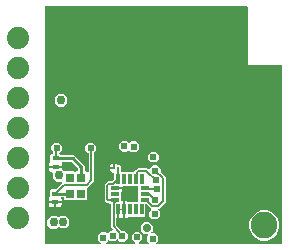
<source format=gbr>
G04 EAGLE Gerber X2 export*
%TF.Part,Single*%
%TF.FileFunction,Copper,L4,Bot,Mixed*%
%TF.FilePolarity,Positive*%
%TF.GenerationSoftware,Autodesk,EAGLE,9.0.0*%
%TF.CreationDate,2018-06-19T20:47:43Z*%
G75*
%MOMM*%
%FSLAX34Y34*%
%LPD*%
%AMOC8*
5,1,8,0,0,1.08239X$1,22.5*%
G01*
%ADD10R,0.177800X0.254000*%
%ADD11R,0.600000X0.400000*%
%ADD12C,1.879600*%
%ADD13R,0.300000X0.925000*%
%ADD14R,0.800000X0.300000*%
%ADD15R,0.700000X0.750000*%
%ADD16C,0.609600*%
%ADD17C,0.254000*%
%ADD18C,0.152400*%
%ADD19C,0.660400*%
%ADD20C,2.250000*%
%ADD21C,0.756400*%
%ADD22C,0.706400*%

G36*
X45682Y-750D02*
X45682Y-750D01*
X45753Y-748D01*
X45802Y-730D01*
X45854Y-722D01*
X45917Y-688D01*
X45984Y-663D01*
X46025Y-631D01*
X46071Y-606D01*
X46121Y-554D01*
X46177Y-510D01*
X46205Y-466D01*
X46241Y-428D01*
X46271Y-363D01*
X46310Y-303D01*
X46322Y-252D01*
X46344Y-205D01*
X46352Y-134D01*
X46370Y-64D01*
X46366Y-12D01*
X46371Y39D01*
X46356Y110D01*
X46350Y181D01*
X46330Y229D01*
X46319Y280D01*
X46282Y341D01*
X46254Y407D01*
X46209Y463D01*
X46193Y491D01*
X46175Y506D01*
X46149Y538D01*
X44040Y2647D01*
X44040Y6436D01*
X46719Y9114D01*
X50507Y9114D01*
X51262Y8359D01*
X51279Y8347D01*
X51291Y8332D01*
X51378Y8276D01*
X51462Y8215D01*
X51481Y8210D01*
X51498Y8199D01*
X51598Y8173D01*
X51697Y8143D01*
X51717Y8144D01*
X51736Y8139D01*
X51839Y8147D01*
X51943Y8149D01*
X51962Y8156D01*
X51982Y8158D01*
X52076Y8198D01*
X52174Y8234D01*
X52190Y8246D01*
X52208Y8254D01*
X52339Y8359D01*
X54607Y10627D01*
X55793Y10627D01*
X55837Y10635D01*
X55881Y10633D01*
X55957Y10654D01*
X56036Y10667D01*
X56075Y10688D01*
X56118Y10700D01*
X56183Y10745D01*
X56253Y10782D01*
X56284Y10814D01*
X56320Y10840D01*
X56368Y10903D01*
X56422Y10961D01*
X56441Y11001D01*
X56468Y11037D01*
X56493Y11112D01*
X56526Y11184D01*
X56531Y11228D01*
X56545Y11270D01*
X56544Y11349D01*
X56553Y11428D01*
X56544Y11472D01*
X56543Y11516D01*
X56518Y11591D01*
X56501Y11668D01*
X56478Y11707D01*
X56463Y11749D01*
X56383Y11866D01*
X56375Y11880D01*
X56372Y11882D01*
X56368Y11887D01*
X55630Y12739D01*
X55615Y12752D01*
X55593Y12779D01*
X54964Y13409D01*
X54961Y13425D01*
X54934Y13476D01*
X54999Y14374D01*
X54997Y14394D01*
X55001Y14428D01*
X55001Y32639D01*
X54998Y32659D01*
X55000Y32678D01*
X54978Y32780D01*
X54961Y32882D01*
X54952Y32899D01*
X54948Y32919D01*
X54894Y33008D01*
X54846Y33099D01*
X54832Y33113D01*
X54821Y33130D01*
X54743Y33197D01*
X54668Y33268D01*
X54650Y33277D01*
X54634Y33290D01*
X54538Y33329D01*
X54445Y33372D01*
X54425Y33374D01*
X54406Y33382D01*
X54240Y33400D01*
X53692Y33400D01*
X53177Y33915D01*
X53103Y33968D01*
X53034Y34028D01*
X53003Y34040D01*
X52977Y34059D01*
X52890Y34085D01*
X52805Y34120D01*
X52764Y34124D01*
X52742Y34131D01*
X52710Y34130D01*
X52639Y34138D01*
X51686Y34138D01*
X49751Y36073D01*
X49751Y45756D01*
X49745Y45795D01*
X49747Y45834D01*
X49725Y45915D01*
X49711Y45999D01*
X49693Y46033D01*
X49683Y46071D01*
X49636Y46149D01*
X49743Y46899D01*
X49743Y46932D01*
X49751Y47007D01*
X49751Y49819D01*
X52430Y52498D01*
X55722Y52498D01*
X55812Y52512D01*
X55903Y52519D01*
X55933Y52532D01*
X55965Y52537D01*
X56046Y52580D01*
X56129Y52616D01*
X56162Y52641D01*
X56182Y52652D01*
X56204Y52676D01*
X56260Y52721D01*
X57826Y54286D01*
X57870Y54347D01*
X57903Y54382D01*
X57909Y54395D01*
X57938Y54430D01*
X57951Y54460D01*
X57969Y54486D01*
X57996Y54573D01*
X58030Y54658D01*
X58035Y54699D01*
X58042Y54721D01*
X58041Y54753D01*
X58049Y54824D01*
X58049Y58923D01*
X58046Y58943D01*
X58048Y58963D01*
X58026Y59064D01*
X58009Y59166D01*
X58000Y59183D01*
X57996Y59203D01*
X57942Y59292D01*
X57894Y59383D01*
X57880Y59397D01*
X57869Y59414D01*
X57791Y59481D01*
X57716Y59553D01*
X57698Y59561D01*
X57682Y59574D01*
X57586Y59613D01*
X57493Y59656D01*
X57473Y59658D01*
X57454Y59666D01*
X57288Y59684D01*
X56560Y59684D01*
X55913Y59858D01*
X55334Y60192D01*
X54861Y60665D01*
X54527Y61244D01*
X54353Y61891D01*
X54353Y62734D01*
X57783Y62734D01*
X57803Y62737D01*
X57822Y62735D01*
X57924Y62757D01*
X58026Y62773D01*
X58043Y62783D01*
X58063Y62787D01*
X58152Y62840D01*
X58243Y62889D01*
X58257Y62903D01*
X58274Y62913D01*
X58274Y62914D01*
X58342Y62992D01*
X58368Y63020D01*
X58413Y63067D01*
X58421Y63085D01*
X58434Y63101D01*
X58473Y63197D01*
X58516Y63290D01*
X58519Y63310D01*
X58526Y63329D01*
X58545Y63495D01*
X58545Y67306D01*
X59007Y67306D01*
X59653Y67133D01*
X60232Y66798D01*
X60518Y66513D01*
X60592Y66460D01*
X60661Y66400D01*
X60691Y66388D01*
X60717Y66369D01*
X60804Y66343D01*
X60889Y66308D01*
X60930Y66304D01*
X60952Y66297D01*
X60985Y66298D01*
X61056Y66290D01*
X62606Y66290D01*
X63499Y65397D01*
X63499Y61510D01*
X63490Y61481D01*
X63460Y61416D01*
X63454Y61364D01*
X63439Y61314D01*
X63440Y61243D01*
X63433Y61171D01*
X63444Y61121D01*
X63445Y61069D01*
X63470Y61001D01*
X63485Y60931D01*
X63512Y60886D01*
X63529Y60838D01*
X63574Y60782D01*
X63611Y60720D01*
X63651Y60686D01*
X63683Y60646D01*
X63743Y60607D01*
X63798Y60560D01*
X63846Y60541D01*
X63890Y60512D01*
X63959Y60495D01*
X64026Y60468D01*
X64097Y60460D01*
X64128Y60452D01*
X64152Y60454D01*
X64193Y60450D01*
X68309Y60450D01*
X68371Y60434D01*
X68470Y60404D01*
X68490Y60404D01*
X68509Y60399D01*
X68612Y60407D01*
X68716Y60410D01*
X68735Y60417D01*
X68755Y60418D01*
X68828Y60450D01*
X73309Y60450D01*
X73371Y60434D01*
X73470Y60404D01*
X73490Y60404D01*
X73509Y60399D01*
X73612Y60407D01*
X73716Y60410D01*
X73735Y60417D01*
X73755Y60418D01*
X73828Y60450D01*
X74316Y60450D01*
X74406Y60464D01*
X74497Y60471D01*
X74527Y60484D01*
X74559Y60489D01*
X74640Y60532D01*
X74724Y60568D01*
X74756Y60594D01*
X74776Y60604D01*
X74799Y60628D01*
X74855Y60673D01*
X76117Y61935D01*
X77680Y63498D01*
X86030Y63498D01*
X86743Y62784D01*
X86801Y62743D01*
X86853Y62693D01*
X86900Y62671D01*
X86942Y62641D01*
X87011Y62620D01*
X87076Y62590D01*
X87128Y62584D01*
X87178Y62568D01*
X87249Y62570D01*
X87320Y62562D01*
X87371Y62574D01*
X87423Y62575D01*
X87491Y62599D01*
X87561Y62615D01*
X87606Y62641D01*
X87654Y62659D01*
X87710Y62704D01*
X87772Y62741D01*
X87806Y62780D01*
X87846Y62813D01*
X87885Y62873D01*
X87932Y62928D01*
X87951Y62976D01*
X87979Y63020D01*
X87991Y63064D01*
X90721Y65794D01*
X94509Y65794D01*
X97188Y63116D01*
X97188Y60198D01*
X97202Y60108D01*
X97210Y60017D01*
X97222Y59987D01*
X97227Y59956D01*
X97270Y59875D01*
X97306Y59791D01*
X97332Y59759D01*
X97343Y59738D01*
X97366Y59716D01*
X97411Y59660D01*
X101305Y55766D01*
X101305Y34771D01*
X99742Y33208D01*
X95501Y28967D01*
X95489Y28951D01*
X95474Y28938D01*
X95418Y28851D01*
X95357Y28767D01*
X95352Y28748D01*
X95341Y28731D01*
X95315Y28631D01*
X95285Y28532D01*
X95286Y28512D01*
X95281Y28493D01*
X95289Y28390D01*
X95291Y28286D01*
X95298Y28267D01*
X95300Y28247D01*
X95340Y28152D01*
X95376Y28055D01*
X95388Y28039D01*
X95396Y28021D01*
X95501Y27890D01*
X96656Y26735D01*
X96656Y22947D01*
X93977Y20268D01*
X90189Y20268D01*
X87510Y22947D01*
X87510Y26735D01*
X88978Y28202D01*
X88989Y28219D01*
X89005Y28231D01*
X89061Y28318D01*
X89121Y28402D01*
X89127Y28421D01*
X89138Y28438D01*
X89163Y28538D01*
X89194Y28637D01*
X89193Y28657D01*
X89198Y28677D01*
X89190Y28780D01*
X89187Y28883D01*
X89181Y28902D01*
X89179Y28922D01*
X89139Y29017D01*
X89103Y29114D01*
X89090Y29130D01*
X89083Y29148D01*
X88978Y29279D01*
X85398Y32859D01*
X85340Y32901D01*
X85288Y32950D01*
X85240Y32972D01*
X85198Y33003D01*
X85130Y33024D01*
X85065Y33054D01*
X85013Y33060D01*
X84963Y33075D01*
X84891Y33073D01*
X84820Y33081D01*
X84769Y33070D01*
X84717Y33069D01*
X84650Y33044D01*
X84580Y33029D01*
X84535Y33002D01*
X84486Y32984D01*
X84430Y32939D01*
X84369Y32903D01*
X84335Y32863D01*
X84294Y32830D01*
X84255Y32770D01*
X84209Y32716D01*
X84189Y32667D01*
X84161Y32624D01*
X84144Y32554D01*
X84117Y32487D01*
X84109Y32416D01*
X84101Y32385D01*
X84103Y32362D01*
X84098Y32321D01*
X84098Y23293D01*
X83205Y22400D01*
X78838Y22400D01*
X78776Y22416D01*
X78677Y22446D01*
X78657Y22446D01*
X78638Y22451D01*
X78535Y22443D01*
X78431Y22440D01*
X78413Y22433D01*
X78393Y22431D01*
X78319Y22400D01*
X73838Y22400D01*
X73776Y22416D01*
X73677Y22446D01*
X73657Y22446D01*
X73638Y22451D01*
X73535Y22443D01*
X73431Y22440D01*
X73413Y22433D01*
X73393Y22431D01*
X73319Y22400D01*
X69957Y22400D01*
X69867Y22385D01*
X69776Y22378D01*
X69747Y22366D01*
X69715Y22360D01*
X69634Y22318D01*
X69550Y22282D01*
X69518Y22256D01*
X69497Y22245D01*
X69475Y22222D01*
X69419Y22177D01*
X69134Y21892D01*
X68554Y21557D01*
X67908Y21384D01*
X66835Y21384D01*
X66835Y28550D01*
X66835Y35716D01*
X67908Y35716D01*
X68554Y35542D01*
X69134Y35208D01*
X69419Y34923D01*
X69493Y34869D01*
X69562Y34810D01*
X69593Y34798D01*
X69619Y34779D01*
X69706Y34752D01*
X69791Y34718D01*
X69832Y34714D01*
X69854Y34707D01*
X69886Y34708D01*
X69957Y34700D01*
X73309Y34700D01*
X73372Y34684D01*
X73470Y34654D01*
X73490Y34654D01*
X73510Y34649D01*
X73613Y34657D01*
X73716Y34660D01*
X73735Y34667D01*
X73755Y34668D01*
X73828Y34700D01*
X77538Y34700D01*
X77557Y34703D01*
X77577Y34701D01*
X77678Y34723D01*
X77780Y34739D01*
X77798Y34749D01*
X77817Y34753D01*
X77906Y34806D01*
X77998Y34854D01*
X78011Y34869D01*
X78029Y34879D01*
X78096Y34958D01*
X78167Y35033D01*
X78175Y35051D01*
X78188Y35066D01*
X78227Y35162D01*
X78271Y35256D01*
X78273Y35276D01*
X78280Y35294D01*
X78299Y35461D01*
X78299Y38660D01*
X78315Y38723D01*
X78345Y38821D01*
X78344Y38841D01*
X78349Y38861D01*
X78341Y38964D01*
X78339Y39067D01*
X78332Y39086D01*
X78330Y39106D01*
X78299Y39179D01*
X78299Y43660D01*
X78315Y43723D01*
X78345Y43821D01*
X78344Y43841D01*
X78349Y43861D01*
X78341Y43964D01*
X78339Y44067D01*
X78332Y44086D01*
X78330Y44106D01*
X78299Y44179D01*
X78299Y47389D01*
X78296Y47409D01*
X78298Y47428D01*
X78276Y47530D01*
X78259Y47632D01*
X78250Y47649D01*
X78246Y47669D01*
X78192Y47758D01*
X78144Y47849D01*
X78130Y47863D01*
X78119Y47880D01*
X78041Y47947D01*
X77966Y48018D01*
X77948Y48027D01*
X77932Y48040D01*
X77836Y48079D01*
X77743Y48122D01*
X77723Y48124D01*
X77704Y48132D01*
X77538Y48150D01*
X73838Y48150D01*
X73776Y48166D01*
X73677Y48196D01*
X73657Y48196D01*
X73638Y48201D01*
X73534Y48193D01*
X73431Y48190D01*
X73412Y48183D01*
X73392Y48181D01*
X73319Y48150D01*
X68838Y48150D01*
X68776Y48166D01*
X68677Y48196D01*
X68657Y48196D01*
X68638Y48201D01*
X68534Y48193D01*
X68431Y48190D01*
X68412Y48183D01*
X68392Y48181D01*
X68319Y48150D01*
X65626Y48150D01*
X65606Y48147D01*
X65586Y48149D01*
X65485Y48127D01*
X65383Y48110D01*
X65365Y48101D01*
X65346Y48097D01*
X65257Y48044D01*
X65165Y47995D01*
X65152Y47981D01*
X65135Y47971D01*
X65067Y47892D01*
X64996Y47817D01*
X64988Y47799D01*
X64975Y47784D01*
X64936Y47688D01*
X64892Y47594D01*
X64890Y47574D01*
X64883Y47556D01*
X64864Y47389D01*
X64864Y47186D01*
X58324Y47186D01*
X58304Y47183D01*
X58284Y47185D01*
X58183Y47163D01*
X58081Y47147D01*
X58064Y47137D01*
X58044Y47133D01*
X57955Y47080D01*
X57864Y47031D01*
X57850Y47017D01*
X57833Y47007D01*
X57766Y46928D01*
X57694Y46853D01*
X57686Y46835D01*
X57673Y46820D01*
X57634Y46724D01*
X57591Y46630D01*
X57589Y46610D01*
X57581Y46592D01*
X57563Y46425D01*
X57566Y46405D01*
X57564Y46386D01*
X57564Y46385D01*
X57586Y46284D01*
X57602Y46182D01*
X57612Y46164D01*
X57616Y46145D01*
X57669Y46056D01*
X57717Y45965D01*
X57732Y45951D01*
X57742Y45934D01*
X57821Y45866D01*
X57896Y45795D01*
X57914Y45787D01*
X57929Y45774D01*
X58025Y45735D01*
X58119Y45692D01*
X58139Y45689D01*
X58157Y45682D01*
X58324Y45663D01*
X64864Y45663D01*
X64864Y44590D01*
X64691Y43944D01*
X64357Y43365D01*
X64071Y43079D01*
X64018Y43005D01*
X63959Y42936D01*
X63947Y42906D01*
X63928Y42880D01*
X63901Y42793D01*
X63867Y42708D01*
X63862Y42667D01*
X63855Y42645D01*
X63856Y42612D01*
X63848Y42541D01*
X63848Y39189D01*
X63833Y39127D01*
X63802Y39028D01*
X63803Y39008D01*
X63798Y38989D01*
X63806Y38886D01*
X63809Y38782D01*
X63816Y38764D01*
X63817Y38744D01*
X63848Y38670D01*
X63848Y36477D01*
X63852Y36457D01*
X63849Y36437D01*
X63871Y36336D01*
X63888Y36234D01*
X63897Y36217D01*
X63902Y36197D01*
X63955Y36108D01*
X64003Y36017D01*
X64018Y36003D01*
X64028Y35986D01*
X64107Y35919D01*
X64182Y35847D01*
X64200Y35839D01*
X64215Y35826D01*
X64311Y35787D01*
X64405Y35744D01*
X64424Y35742D01*
X64443Y35734D01*
X64610Y35716D01*
X65312Y35716D01*
X65312Y29311D01*
X61074Y29311D01*
X61054Y29308D01*
X61034Y29310D01*
X60933Y29288D01*
X60831Y29272D01*
X60814Y29262D01*
X60794Y29258D01*
X60705Y29205D01*
X60614Y29156D01*
X60613Y29156D01*
X60600Y29142D01*
X60583Y29132D01*
X60583Y29131D01*
X60582Y29131D01*
X60515Y29053D01*
X60444Y28978D01*
X60436Y28960D01*
X60423Y28944D01*
X60384Y28848D01*
X60340Y28755D01*
X60338Y28735D01*
X60331Y28716D01*
X60312Y28550D01*
X60312Y21381D01*
X60296Y21383D01*
X60195Y21361D01*
X60093Y21344D01*
X60075Y21335D01*
X60056Y21331D01*
X59967Y21278D01*
X59875Y21229D01*
X59862Y21215D01*
X59845Y21205D01*
X59777Y21126D01*
X59706Y21051D01*
X59698Y21033D01*
X59685Y21018D01*
X59646Y20922D01*
X59602Y20828D01*
X59600Y20808D01*
X59593Y20790D01*
X59574Y20623D01*
X59574Y15455D01*
X59585Y15391D01*
X59585Y15327D01*
X59604Y15271D01*
X59614Y15212D01*
X59644Y15155D01*
X59665Y15095D01*
X59714Y15024D01*
X59729Y14995D01*
X59743Y14982D01*
X59760Y14957D01*
X63528Y10604D01*
X63618Y10529D01*
X63709Y10451D01*
X63713Y10450D01*
X63717Y10447D01*
X63826Y10404D01*
X63937Y10359D01*
X63943Y10359D01*
X63946Y10357D01*
X63961Y10357D01*
X64104Y10341D01*
X66584Y10341D01*
X69262Y7662D01*
X69262Y3874D01*
X66584Y1196D01*
X62796Y1196D01*
X60991Y3000D01*
X60975Y3012D01*
X60962Y3028D01*
X60875Y3084D01*
X60791Y3144D01*
X60772Y3150D01*
X60755Y3161D01*
X60655Y3186D01*
X60556Y3216D01*
X60536Y3216D01*
X60517Y3221D01*
X60414Y3213D01*
X60310Y3210D01*
X60291Y3203D01*
X60271Y3202D01*
X60177Y3161D01*
X60079Y3126D01*
X60063Y3113D01*
X60045Y3105D01*
X59914Y3000D01*
X58396Y1482D01*
X54607Y1482D01*
X53852Y2237D01*
X53836Y2249D01*
X53823Y2264D01*
X53736Y2321D01*
X53652Y2381D01*
X53633Y2387D01*
X53617Y2397D01*
X53516Y2423D01*
X53417Y2453D01*
X53397Y2453D01*
X53378Y2457D01*
X53275Y2449D01*
X53171Y2447D01*
X53153Y2440D01*
X53133Y2438D01*
X53038Y2398D01*
X52940Y2362D01*
X52925Y2350D01*
X52906Y2342D01*
X52776Y2237D01*
X51077Y538D01*
X51035Y480D01*
X50985Y428D01*
X50963Y381D01*
X50933Y339D01*
X50912Y270D01*
X50882Y205D01*
X50876Y153D01*
X50861Y103D01*
X50863Y32D01*
X50855Y-39D01*
X50866Y-90D01*
X50867Y-142D01*
X50892Y-210D01*
X50907Y-280D01*
X50934Y-324D01*
X50952Y-373D01*
X50996Y-429D01*
X51033Y-491D01*
X51073Y-525D01*
X51105Y-565D01*
X51166Y-604D01*
X51220Y-651D01*
X51268Y-670D01*
X51312Y-698D01*
X51382Y-716D01*
X51448Y-743D01*
X51520Y-751D01*
X51551Y-759D01*
X51574Y-757D01*
X51615Y-761D01*
X74694Y-761D01*
X74765Y-750D01*
X74836Y-748D01*
X74885Y-730D01*
X74937Y-722D01*
X75000Y-688D01*
X75067Y-663D01*
X75108Y-631D01*
X75154Y-606D01*
X75204Y-554D01*
X75260Y-510D01*
X75288Y-466D01*
X75324Y-428D01*
X75354Y-363D01*
X75393Y-303D01*
X75405Y-252D01*
X75427Y-205D01*
X75435Y-134D01*
X75453Y-64D01*
X75449Y-12D01*
X75454Y39D01*
X75439Y110D01*
X75433Y181D01*
X75413Y229D01*
X75402Y280D01*
X75365Y341D01*
X75337Y407D01*
X75292Y463D01*
X75276Y491D01*
X75258Y506D01*
X75232Y538D01*
X72531Y3240D01*
X72531Y7028D01*
X75210Y9706D01*
X78998Y9706D01*
X81677Y7028D01*
X81677Y3240D01*
X78975Y538D01*
X78933Y480D01*
X78884Y428D01*
X78862Y381D01*
X78832Y339D01*
X78811Y270D01*
X78780Y205D01*
X78775Y153D01*
X78759Y103D01*
X78761Y32D01*
X78753Y-39D01*
X78764Y-90D01*
X78766Y-142D01*
X78790Y-210D01*
X78806Y-280D01*
X78832Y-325D01*
X78850Y-373D01*
X78895Y-429D01*
X78932Y-491D01*
X78971Y-525D01*
X79004Y-565D01*
X79064Y-604D01*
X79119Y-651D01*
X79167Y-670D01*
X79211Y-698D01*
X79280Y-716D01*
X79347Y-743D01*
X79418Y-751D01*
X79449Y-759D01*
X79473Y-757D01*
X79514Y-761D01*
X86871Y-761D01*
X86942Y-750D01*
X87014Y-748D01*
X87063Y-730D01*
X87114Y-722D01*
X87177Y-688D01*
X87245Y-663D01*
X87285Y-631D01*
X87331Y-606D01*
X87381Y-554D01*
X87437Y-510D01*
X87465Y-466D01*
X87501Y-428D01*
X87531Y-363D01*
X87570Y-303D01*
X87582Y-252D01*
X87604Y-205D01*
X87612Y-134D01*
X87630Y-64D01*
X87626Y-12D01*
X87631Y39D01*
X87616Y110D01*
X87611Y181D01*
X87590Y229D01*
X87579Y280D01*
X87542Y341D01*
X87514Y407D01*
X87469Y463D01*
X87453Y491D01*
X87435Y506D01*
X87409Y538D01*
X86020Y1928D01*
X86020Y5716D01*
X86644Y6340D01*
X86686Y6398D01*
X86735Y6450D01*
X86757Y6497D01*
X86787Y6540D01*
X86808Y6608D01*
X86839Y6673D01*
X86844Y6725D01*
X86860Y6775D01*
X86858Y6847D01*
X86866Y6918D01*
X86855Y6969D01*
X86853Y7021D01*
X86829Y7088D01*
X86813Y7158D01*
X86787Y7203D01*
X86769Y7252D01*
X86724Y7308D01*
X86687Y7369D01*
X86648Y7403D01*
X86615Y7444D01*
X86555Y7482D01*
X86500Y7529D01*
X86452Y7549D01*
X86408Y7577D01*
X86339Y7594D01*
X86272Y7621D01*
X86201Y7629D01*
X86170Y7637D01*
X86146Y7635D01*
X86105Y7640D01*
X83399Y7640D01*
X80436Y10602D01*
X80436Y14791D01*
X83399Y17753D01*
X87588Y17753D01*
X90550Y14791D01*
X90550Y10602D01*
X89643Y9694D01*
X89601Y9636D01*
X89551Y9584D01*
X89529Y9537D01*
X89499Y9495D01*
X89478Y9426D01*
X89448Y9361D01*
X89442Y9309D01*
X89427Y9259D01*
X89429Y9188D01*
X89421Y9117D01*
X89432Y9066D01*
X89433Y9014D01*
X89458Y8946D01*
X89473Y8876D01*
X89500Y8832D01*
X89517Y8783D01*
X89562Y8727D01*
X89599Y8665D01*
X89639Y8631D01*
X89671Y8591D01*
X89731Y8552D01*
X89786Y8505D01*
X89834Y8486D01*
X89878Y8458D01*
X89948Y8440D01*
X90014Y8413D01*
X90085Y8405D01*
X90117Y8397D01*
X90140Y8399D01*
X90181Y8395D01*
X92487Y8395D01*
X95165Y5716D01*
X95165Y1928D01*
X93776Y538D01*
X93734Y480D01*
X93684Y428D01*
X93662Y381D01*
X93632Y339D01*
X93611Y270D01*
X93581Y205D01*
X93575Y153D01*
X93560Y103D01*
X93562Y32D01*
X93554Y-39D01*
X93565Y-90D01*
X93566Y-142D01*
X93591Y-210D01*
X93606Y-280D01*
X93633Y-325D01*
X93651Y-373D01*
X93695Y-429D01*
X93732Y-491D01*
X93772Y-525D01*
X93804Y-565D01*
X93865Y-604D01*
X93919Y-651D01*
X93967Y-670D01*
X94011Y-698D01*
X94081Y-716D01*
X94147Y-743D01*
X94219Y-751D01*
X94250Y-759D01*
X94273Y-757D01*
X94314Y-761D01*
X199316Y-761D01*
X199336Y-758D01*
X199355Y-760D01*
X199457Y-738D01*
X199559Y-722D01*
X199576Y-712D01*
X199596Y-708D01*
X199685Y-655D01*
X199776Y-606D01*
X199790Y-592D01*
X199807Y-582D01*
X199874Y-503D01*
X199946Y-428D01*
X199954Y-410D01*
X199967Y-395D01*
X200006Y-299D01*
X200049Y-205D01*
X200051Y-185D01*
X200059Y-167D01*
X200077Y0D01*
X200077Y150000D01*
X200074Y150020D01*
X200076Y150039D01*
X200054Y150141D01*
X200038Y150243D01*
X200028Y150260D01*
X200024Y150280D01*
X199971Y150369D01*
X199922Y150460D01*
X199908Y150474D01*
X199898Y150491D01*
X199819Y150558D01*
X199744Y150630D01*
X199726Y150638D01*
X199711Y150651D01*
X199615Y150690D01*
X199521Y150733D01*
X199501Y150735D01*
X199483Y150743D01*
X199316Y150761D01*
X170761Y150761D01*
X170761Y200000D01*
X170758Y200020D01*
X170760Y200039D01*
X170738Y200141D01*
X170722Y200243D01*
X170712Y200260D01*
X170708Y200280D01*
X170655Y200369D01*
X170606Y200460D01*
X170592Y200474D01*
X170582Y200491D01*
X170503Y200558D01*
X170428Y200630D01*
X170410Y200638D01*
X170395Y200651D01*
X170299Y200690D01*
X170205Y200733D01*
X170185Y200735D01*
X170167Y200743D01*
X170000Y200761D01*
X0Y200761D01*
X-20Y200758D01*
X-39Y200760D01*
X-141Y200738D01*
X-243Y200722D01*
X-260Y200712D01*
X-280Y200708D01*
X-369Y200655D01*
X-460Y200606D01*
X-474Y200592D01*
X-491Y200582D01*
X-558Y200503D01*
X-630Y200428D01*
X-638Y200410D01*
X-651Y200395D01*
X-690Y200299D01*
X-733Y200205D01*
X-735Y200185D01*
X-743Y200167D01*
X-761Y200000D01*
X-761Y0D01*
X-758Y-20D01*
X-760Y-39D01*
X-738Y-141D01*
X-722Y-243D01*
X-712Y-260D01*
X-708Y-280D01*
X-655Y-369D01*
X-606Y-460D01*
X-592Y-474D01*
X-582Y-491D01*
X-503Y-558D01*
X-428Y-630D01*
X-410Y-638D01*
X-395Y-651D01*
X-299Y-690D01*
X-205Y-733D01*
X-185Y-735D01*
X-167Y-743D01*
X0Y-761D01*
X45611Y-761D01*
X45682Y-750D01*
G37*
%LPC*%
G36*
X7778Y35962D02*
X7778Y35962D01*
X7758Y35964D01*
X7740Y35972D01*
X7573Y35990D01*
X2270Y35990D01*
X2270Y37325D01*
X2443Y37972D01*
X2778Y38551D01*
X3063Y38836D01*
X3116Y38910D01*
X3176Y38980D01*
X3188Y39010D01*
X3207Y39036D01*
X3234Y39123D01*
X3268Y39208D01*
X3272Y39249D01*
X3279Y39271D01*
X3278Y39303D01*
X3286Y39375D01*
X3286Y44622D01*
X4179Y45516D01*
X7786Y45516D01*
X7877Y45530D01*
X7967Y45537D01*
X7997Y45550D01*
X8029Y45555D01*
X8110Y45598D01*
X8194Y45634D01*
X8226Y45659D01*
X8247Y45670D01*
X8269Y45694D01*
X8325Y45739D01*
X12702Y50116D01*
X13377Y50791D01*
X13419Y50849D01*
X13468Y50901D01*
X13490Y50948D01*
X13520Y50990D01*
X13542Y51059D01*
X13572Y51124D01*
X13577Y51176D01*
X13593Y51225D01*
X13591Y51297D01*
X13599Y51368D01*
X13588Y51419D01*
X13586Y51471D01*
X13562Y51539D01*
X13547Y51609D01*
X13520Y51653D01*
X13502Y51702D01*
X13457Y51758D01*
X13420Y51820D01*
X13381Y51854D01*
X13348Y51894D01*
X13288Y51933D01*
X13234Y51980D01*
X13185Y51999D01*
X13141Y52027D01*
X13072Y52045D01*
X13005Y52072D01*
X12934Y52080D01*
X12903Y52087D01*
X12880Y52086D01*
X12839Y52090D01*
X8802Y52090D01*
X5693Y55199D01*
X5693Y59401D01*
X5692Y59411D01*
X5692Y59417D01*
X5691Y59425D01*
X5692Y59440D01*
X5670Y59542D01*
X5654Y59644D01*
X5644Y59661D01*
X5640Y59681D01*
X5587Y59770D01*
X5538Y59861D01*
X5524Y59875D01*
X5514Y59892D01*
X5435Y59959D01*
X5360Y60030D01*
X5342Y60039D01*
X5327Y60052D01*
X5231Y60091D01*
X5137Y60134D01*
X5117Y60136D01*
X5099Y60144D01*
X4932Y60162D01*
X4862Y60162D01*
X4216Y60335D01*
X3636Y60670D01*
X3163Y61143D01*
X2829Y61722D01*
X2656Y62368D01*
X2656Y63704D01*
X7958Y63704D01*
X7978Y63707D01*
X7998Y63705D01*
X8099Y63727D01*
X8201Y63743D01*
X8203Y63744D01*
X8230Y63732D01*
X8249Y63730D01*
X8268Y63722D01*
X8435Y63704D01*
X13737Y63704D01*
X13737Y62480D01*
X13752Y62390D01*
X13759Y62299D01*
X13772Y62269D01*
X13777Y62237D01*
X13820Y62157D01*
X13855Y62073D01*
X13881Y62040D01*
X13892Y62020D01*
X13915Y61998D01*
X13960Y61942D01*
X15025Y60876D01*
X15041Y60865D01*
X15054Y60849D01*
X15141Y60793D01*
X15225Y60733D01*
X15244Y60727D01*
X15261Y60716D01*
X15361Y60691D01*
X15460Y60661D01*
X15480Y60661D01*
X15499Y60656D01*
X15602Y60664D01*
X15706Y60667D01*
X15725Y60674D01*
X15745Y60675D01*
X15808Y60702D01*
X24191Y60702D01*
X24521Y60372D01*
X24537Y60360D01*
X24550Y60345D01*
X24637Y60289D01*
X24721Y60228D01*
X24740Y60223D01*
X24756Y60212D01*
X24857Y60187D01*
X24956Y60156D01*
X24976Y60157D01*
X24995Y60152D01*
X25098Y60160D01*
X25202Y60162D01*
X25220Y60169D01*
X25240Y60171D01*
X25335Y60211D01*
X25433Y60247D01*
X25448Y60259D01*
X25466Y60267D01*
X25597Y60372D01*
X25928Y60702D01*
X26503Y60702D01*
X26523Y60705D01*
X26543Y60703D01*
X26644Y60725D01*
X26746Y60742D01*
X26763Y60751D01*
X26783Y60755D01*
X26872Y60809D01*
X26963Y60857D01*
X26977Y60871D01*
X26994Y60882D01*
X27061Y60960D01*
X27133Y61035D01*
X27141Y61053D01*
X27154Y61069D01*
X27193Y61165D01*
X27236Y61258D01*
X27238Y61278D01*
X27246Y61297D01*
X27264Y61463D01*
X27264Y62802D01*
X27250Y62892D01*
X27243Y62983D01*
X27230Y63013D01*
X27225Y63045D01*
X27182Y63126D01*
X27146Y63210D01*
X27121Y63242D01*
X27110Y63262D01*
X27086Y63285D01*
X27041Y63340D01*
X21697Y68685D01*
X21623Y68738D01*
X21553Y68798D01*
X21523Y68810D01*
X21497Y68829D01*
X21410Y68856D01*
X21325Y68890D01*
X21284Y68894D01*
X21262Y68901D01*
X21230Y68900D01*
X21158Y68908D01*
X14176Y68908D01*
X14082Y68893D01*
X13987Y68884D01*
X13961Y68873D01*
X13933Y68868D01*
X13849Y68824D01*
X13761Y68786D01*
X13740Y68767D01*
X13715Y68753D01*
X13650Y68684D01*
X13579Y68620D01*
X13566Y68595D01*
X13546Y68575D01*
X13506Y68489D01*
X13459Y68405D01*
X13454Y68377D01*
X13442Y68352D01*
X13432Y68257D01*
X13415Y68163D01*
X13418Y68136D01*
X13415Y68107D01*
X13436Y68014D01*
X13449Y67920D01*
X13463Y67888D01*
X13468Y67867D01*
X13485Y67839D01*
X13516Y67766D01*
X13564Y67684D01*
X13737Y67037D01*
X13737Y65702D01*
X8435Y65702D01*
X8415Y65699D01*
X8395Y65701D01*
X8294Y65679D01*
X8192Y65662D01*
X8190Y65662D01*
X8163Y65674D01*
X8144Y65676D01*
X8125Y65684D01*
X7958Y65702D01*
X2656Y65702D01*
X2656Y67037D01*
X2829Y67684D01*
X3163Y68263D01*
X3449Y68548D01*
X3502Y68622D01*
X3561Y68692D01*
X3574Y68722D01*
X3592Y68748D01*
X3619Y68835D01*
X3653Y68920D01*
X3658Y68961D01*
X3665Y68983D01*
X3664Y69015D01*
X3672Y69087D01*
X3672Y74335D01*
X4565Y75228D01*
X5149Y75228D01*
X5168Y75231D01*
X5188Y75229D01*
X5289Y75251D01*
X5391Y75267D01*
X5409Y75277D01*
X5428Y75281D01*
X5517Y75334D01*
X5609Y75382D01*
X5622Y75397D01*
X5639Y75407D01*
X5707Y75486D01*
X5778Y75561D01*
X5786Y75579D01*
X5799Y75594D01*
X5838Y75690D01*
X5882Y75784D01*
X5884Y75804D01*
X5891Y75822D01*
X5910Y75989D01*
X5910Y77252D01*
X5895Y77342D01*
X5888Y77433D01*
X5875Y77463D01*
X5870Y77495D01*
X5827Y77575D01*
X5792Y77659D01*
X5766Y77691D01*
X5755Y77712D01*
X5732Y77734D01*
X5687Y77790D01*
X4739Y78738D01*
X4739Y82526D01*
X7418Y85205D01*
X11206Y85205D01*
X13885Y82526D01*
X13885Y78738D01*
X11639Y76493D01*
X11628Y76477D01*
X11612Y76464D01*
X11556Y76377D01*
X11496Y76293D01*
X11490Y76274D01*
X11479Y76257D01*
X11454Y76157D01*
X11423Y76058D01*
X11424Y76038D01*
X11419Y76019D01*
X11427Y75916D01*
X11430Y75812D01*
X11437Y75793D01*
X11438Y75774D01*
X11479Y75679D01*
X11514Y75581D01*
X11527Y75566D01*
X11535Y75547D01*
X11639Y75416D01*
X12335Y74721D01*
X12409Y74668D01*
X12479Y74608D01*
X12509Y74596D01*
X12535Y74577D01*
X12622Y74550D01*
X12707Y74516D01*
X12748Y74512D01*
X12770Y74505D01*
X12802Y74506D01*
X12873Y74498D01*
X23789Y74498D01*
X32854Y65433D01*
X32854Y61463D01*
X32857Y61444D01*
X32855Y61424D01*
X32877Y61323D01*
X32894Y61221D01*
X32903Y61203D01*
X32907Y61184D01*
X32960Y61095D01*
X33009Y61003D01*
X33023Y60990D01*
X33033Y60972D01*
X33112Y60905D01*
X33187Y60834D01*
X33205Y60826D01*
X33220Y60813D01*
X33316Y60774D01*
X33410Y60730D01*
X33430Y60728D01*
X33448Y60721D01*
X33615Y60702D01*
X34191Y60702D01*
X34974Y59919D01*
X35032Y59877D01*
X35084Y59828D01*
X35131Y59806D01*
X35173Y59776D01*
X35242Y59755D01*
X35307Y59724D01*
X35359Y59719D01*
X35408Y59703D01*
X35480Y59705D01*
X35551Y59697D01*
X35602Y59708D01*
X35654Y59710D01*
X35722Y59734D01*
X35792Y59750D01*
X35836Y59776D01*
X35885Y59794D01*
X35941Y59839D01*
X36003Y59876D01*
X36037Y59915D01*
X36077Y59948D01*
X36116Y60008D01*
X36163Y60063D01*
X36182Y60111D01*
X36210Y60155D01*
X36228Y60224D01*
X36255Y60291D01*
X36262Y60362D01*
X36270Y60393D01*
X36269Y60417D01*
X36273Y60458D01*
X36273Y75509D01*
X36258Y75599D01*
X36251Y75690D01*
X36239Y75720D01*
X36233Y75752D01*
X36191Y75833D01*
X36155Y75917D01*
X36129Y75949D01*
X36118Y75969D01*
X36095Y75992D01*
X36050Y76048D01*
X33517Y78581D01*
X33517Y82369D01*
X36195Y85048D01*
X39983Y85048D01*
X42662Y82369D01*
X42662Y78581D01*
X41069Y76989D01*
X41016Y76915D01*
X40957Y76845D01*
X40945Y76815D01*
X40926Y76789D01*
X40899Y76702D01*
X40865Y76617D01*
X40860Y76576D01*
X40854Y76554D01*
X40854Y76522D01*
X40847Y76450D01*
X40847Y52498D01*
X35307Y46958D01*
X35262Y46897D01*
X35232Y46864D01*
X35226Y46852D01*
X35194Y46815D01*
X35182Y46785D01*
X35163Y46759D01*
X35137Y46672D01*
X35102Y46587D01*
X35098Y46546D01*
X35091Y46524D01*
X35092Y46491D01*
X35084Y46420D01*
X35084Y37546D01*
X34191Y36653D01*
X25928Y36653D01*
X25597Y36983D01*
X25581Y36995D01*
X25569Y37010D01*
X25482Y37066D01*
X25398Y37126D01*
X25379Y37132D01*
X25362Y37143D01*
X25261Y37168D01*
X25163Y37199D01*
X25143Y37198D01*
X25123Y37203D01*
X25020Y37195D01*
X24917Y37192D01*
X24898Y37186D01*
X24878Y37184D01*
X24783Y37144D01*
X24686Y37108D01*
X24670Y37095D01*
X24652Y37088D01*
X24521Y36983D01*
X24191Y36653D01*
X15928Y36653D01*
X15034Y37546D01*
X15034Y38435D01*
X15031Y38455D01*
X15033Y38474D01*
X15011Y38576D01*
X14995Y38678D01*
X14985Y38695D01*
X14981Y38715D01*
X14928Y38804D01*
X14880Y38895D01*
X14865Y38909D01*
X14855Y38926D01*
X14776Y38993D01*
X14701Y39064D01*
X14683Y39073D01*
X14668Y39086D01*
X14572Y39124D01*
X14478Y39168D01*
X14458Y39170D01*
X14440Y39178D01*
X14273Y39196D01*
X13790Y39196D01*
X13696Y39181D01*
X13601Y39172D01*
X13575Y39161D01*
X13547Y39156D01*
X13463Y39112D01*
X13376Y39073D01*
X13355Y39054D01*
X13330Y39041D01*
X13264Y38972D01*
X13194Y38908D01*
X13180Y38883D01*
X13161Y38863D01*
X13120Y38777D01*
X13074Y38693D01*
X13069Y38665D01*
X13057Y38640D01*
X13046Y38545D01*
X13029Y38451D01*
X13033Y38423D01*
X13030Y38395D01*
X13050Y38302D01*
X13063Y38208D01*
X13078Y38175D01*
X13082Y38155D01*
X13099Y38127D01*
X13131Y38054D01*
X13179Y37971D01*
X13352Y37325D01*
X13352Y35990D01*
X8049Y35990D01*
X8030Y35987D01*
X8010Y35989D01*
X7908Y35967D01*
X7806Y35950D01*
X7805Y35949D01*
X7778Y35962D01*
G37*
%LPD*%
%LPC*%
G36*
X182459Y2225D02*
X182459Y2225D01*
X177764Y4170D01*
X174170Y7764D01*
X172225Y12459D01*
X172225Y17541D01*
X174170Y22236D01*
X177764Y25830D01*
X182459Y27775D01*
X187541Y27775D01*
X192236Y25830D01*
X195830Y22236D01*
X197775Y17541D01*
X197775Y12459D01*
X195830Y7764D01*
X192236Y4170D01*
X187541Y2225D01*
X182459Y2225D01*
G37*
%LPD*%
%LPC*%
G36*
X4387Y12321D02*
X4387Y12321D01*
X1278Y15430D01*
X1278Y19826D01*
X4387Y22935D01*
X8783Y22935D01*
X9926Y21791D01*
X9943Y21780D01*
X9955Y21764D01*
X10042Y21708D01*
X10126Y21648D01*
X10145Y21642D01*
X10162Y21631D01*
X10262Y21606D01*
X10361Y21575D01*
X10381Y21576D01*
X10401Y21571D01*
X10503Y21579D01*
X10607Y21582D01*
X10626Y21589D01*
X10646Y21590D01*
X10741Y21631D01*
X10838Y21666D01*
X10854Y21679D01*
X10872Y21686D01*
X11003Y21791D01*
X12453Y23242D01*
X16850Y23242D01*
X19958Y20133D01*
X19958Y15737D01*
X16850Y12628D01*
X12453Y12628D01*
X11310Y13772D01*
X11294Y13783D01*
X11281Y13799D01*
X11194Y13855D01*
X11110Y13915D01*
X11091Y13921D01*
X11074Y13932D01*
X10974Y13957D01*
X10875Y13988D01*
X10855Y13987D01*
X10836Y13992D01*
X10733Y13984D01*
X10629Y13981D01*
X10610Y13974D01*
X10590Y13973D01*
X10496Y13932D01*
X10398Y13897D01*
X10382Y13884D01*
X10364Y13876D01*
X10233Y13772D01*
X8783Y12321D01*
X4387Y12321D01*
G37*
%LPD*%
%LPC*%
G36*
X72492Y77107D02*
X72492Y77107D01*
X70805Y78794D01*
X70789Y78806D01*
X70777Y78821D01*
X70690Y78877D01*
X70606Y78938D01*
X70587Y78943D01*
X70570Y78954D01*
X70469Y78979D01*
X70371Y79010D01*
X70351Y79009D01*
X70331Y79014D01*
X70228Y79006D01*
X70125Y79004D01*
X70106Y78997D01*
X70086Y78995D01*
X69991Y78955D01*
X69894Y78919D01*
X69878Y78907D01*
X69860Y78899D01*
X69729Y78794D01*
X68390Y77455D01*
X64601Y77455D01*
X61923Y80133D01*
X61923Y83921D01*
X64601Y86600D01*
X68390Y86600D01*
X70076Y84914D01*
X70092Y84902D01*
X70105Y84886D01*
X70192Y84830D01*
X70276Y84770D01*
X70295Y84764D01*
X70312Y84753D01*
X70412Y84728D01*
X70511Y84698D01*
X70531Y84698D01*
X70550Y84693D01*
X70653Y84701D01*
X70757Y84704D01*
X70776Y84711D01*
X70795Y84712D01*
X70890Y84753D01*
X70988Y84788D01*
X71003Y84801D01*
X71022Y84809D01*
X71153Y84914D01*
X72492Y86253D01*
X76280Y86253D01*
X78959Y83574D01*
X78959Y79786D01*
X76280Y77107D01*
X72492Y77107D01*
G37*
%LPD*%
%LPC*%
G36*
X10637Y115528D02*
X10637Y115528D01*
X7528Y118637D01*
X7528Y123033D01*
X10637Y126142D01*
X15033Y126142D01*
X18142Y123033D01*
X18142Y118637D01*
X15033Y115528D01*
X10637Y115528D01*
G37*
%LPD*%
%LPC*%
G36*
X89072Y68425D02*
X89072Y68425D01*
X86394Y71104D01*
X86394Y74892D01*
X89072Y77570D01*
X92860Y77570D01*
X95539Y74892D01*
X95539Y71104D01*
X92860Y68425D01*
X89072Y68425D01*
G37*
%LPD*%
%LPC*%
G36*
X61835Y21384D02*
X61835Y21384D01*
X61835Y27788D01*
X65312Y27788D01*
X65312Y21384D01*
X64239Y21384D01*
X63771Y21510D01*
X63656Y21521D01*
X63542Y21535D01*
X63533Y21533D01*
X63526Y21534D01*
X63504Y21529D01*
X63377Y21510D01*
X62908Y21384D01*
X61835Y21384D01*
G37*
%LPD*%
%LPC*%
G36*
X8810Y30450D02*
X8810Y30450D01*
X8810Y33992D01*
X13352Y33992D01*
X13352Y32656D01*
X13179Y32010D01*
X12844Y31431D01*
X12371Y30958D01*
X11792Y30623D01*
X11145Y30450D01*
X8810Y30450D01*
G37*
%LPD*%
%LPC*%
G36*
X4477Y30450D02*
X4477Y30450D01*
X3830Y30623D01*
X3251Y30958D01*
X2778Y31431D01*
X2443Y32010D01*
X2270Y32656D01*
X2270Y33992D01*
X6812Y33992D01*
X6812Y30450D01*
X4477Y30450D01*
G37*
%LPD*%
%LPC*%
G36*
X54353Y64257D02*
X54353Y64257D01*
X54353Y65100D01*
X54527Y65746D01*
X54861Y66325D01*
X55334Y66798D01*
X55913Y67133D01*
X56560Y67306D01*
X57022Y67306D01*
X57022Y64257D01*
X54353Y64257D01*
G37*
%LPD*%
D10*
X57783Y63495D03*
X61085Y63495D03*
D11*
X8197Y64703D03*
X8197Y71703D03*
X7811Y34991D03*
X7811Y41991D03*
D12*
X-23592Y174080D03*
X-23592Y148680D03*
X-23592Y123280D03*
X-23592Y97880D03*
X-23592Y72480D03*
X-23592Y47080D03*
X-23592Y21680D03*
D13*
X61074Y54300D03*
X66074Y54300D03*
X71074Y54300D03*
X76074Y54300D03*
X81074Y54300D03*
D14*
X83824Y46425D03*
X83824Y41425D03*
X83824Y36425D03*
D13*
X81074Y28550D03*
X76074Y28550D03*
X71074Y28550D03*
X66074Y28550D03*
X61074Y28550D03*
D14*
X58324Y36425D03*
X58324Y41425D03*
X58324Y46425D03*
D15*
X30059Y41927D03*
X30059Y55427D03*
X20059Y55427D03*
X20059Y41927D03*
D16*
X90966Y72998D03*
D17*
X19996Y41991D02*
X7811Y41991D01*
X19996Y41991D02*
X20059Y41927D01*
D18*
X15212Y49391D02*
X7811Y41991D01*
X15212Y49391D02*
X34506Y49391D01*
X38560Y53445D01*
X38560Y80005D02*
X38089Y80475D01*
D16*
X38089Y80475D03*
D18*
X38560Y80005D02*
X38560Y53445D01*
D17*
X22631Y71703D02*
X8197Y71703D01*
X30059Y64275D02*
X30059Y55427D01*
X30059Y64275D02*
X22631Y71703D01*
D18*
X8197Y71703D02*
X8197Y79517D01*
X9312Y80632D01*
D16*
X9312Y80632D03*
X66495Y82027D03*
X74386Y81680D03*
D18*
X83824Y46425D02*
X84778Y45471D01*
X93684Y45471D01*
D16*
X93684Y45471D03*
X93202Y53091D03*
D18*
X78627Y61211D02*
X77288Y59872D01*
X77288Y55514D01*
X76074Y54300D01*
X78627Y61211D02*
X85082Y61211D01*
X93202Y53091D01*
D16*
X92615Y61222D03*
D18*
X94605Y31305D02*
X90186Y31305D01*
X85066Y36425D02*
X83824Y36425D01*
X85066Y36425D02*
X90186Y31305D01*
X94605Y31305D02*
X99018Y35718D01*
X99018Y54819D01*
X92615Y61222D01*
X53377Y50211D02*
X52038Y48872D01*
X53377Y50211D02*
X56985Y50211D01*
X61074Y54300D01*
X61074Y63484D02*
X61085Y63495D01*
X61074Y63484D02*
X61074Y54300D01*
D16*
X64690Y5768D03*
D18*
X57288Y34122D02*
X58324Y35158D01*
X58324Y36425D01*
X57288Y14319D02*
X64690Y5768D01*
X57288Y14319D02*
X57288Y34122D01*
X52038Y46791D02*
X52038Y48872D01*
X52038Y46791D02*
X52039Y46789D01*
X52038Y46779D01*
X52038Y37020D01*
X52633Y36425D02*
X58324Y36425D01*
X52633Y36425D02*
X52038Y37020D01*
X83824Y41425D02*
X87609Y41425D01*
X92396Y36639D01*
D16*
X92396Y36639D03*
D19*
X71492Y41715D03*
D16*
X46000Y61500D03*
X46000Y51500D03*
X38500Y44000D03*
X46000Y31500D03*
X36000Y26500D03*
X95558Y14913D03*
D18*
X48369Y42520D02*
X48654Y44574D01*
X48846Y45958D01*
X41000Y31500D02*
X36000Y26500D01*
X41000Y31500D02*
X46000Y31500D01*
D16*
X36362Y6057D03*
D18*
X57722Y45824D02*
X58324Y46425D01*
D16*
X24372Y4260D03*
D20*
X140000Y15000D03*
D21*
X14651Y17935D03*
X6585Y17628D03*
D22*
X85493Y12696D03*
D16*
X90593Y3822D03*
D21*
X11000Y57397D03*
X12835Y120835D03*
D16*
X48613Y4541D03*
X77104Y5134D03*
D20*
X185000Y15000D03*
D16*
X56502Y6055D03*
X92083Y24841D03*
M02*

</source>
